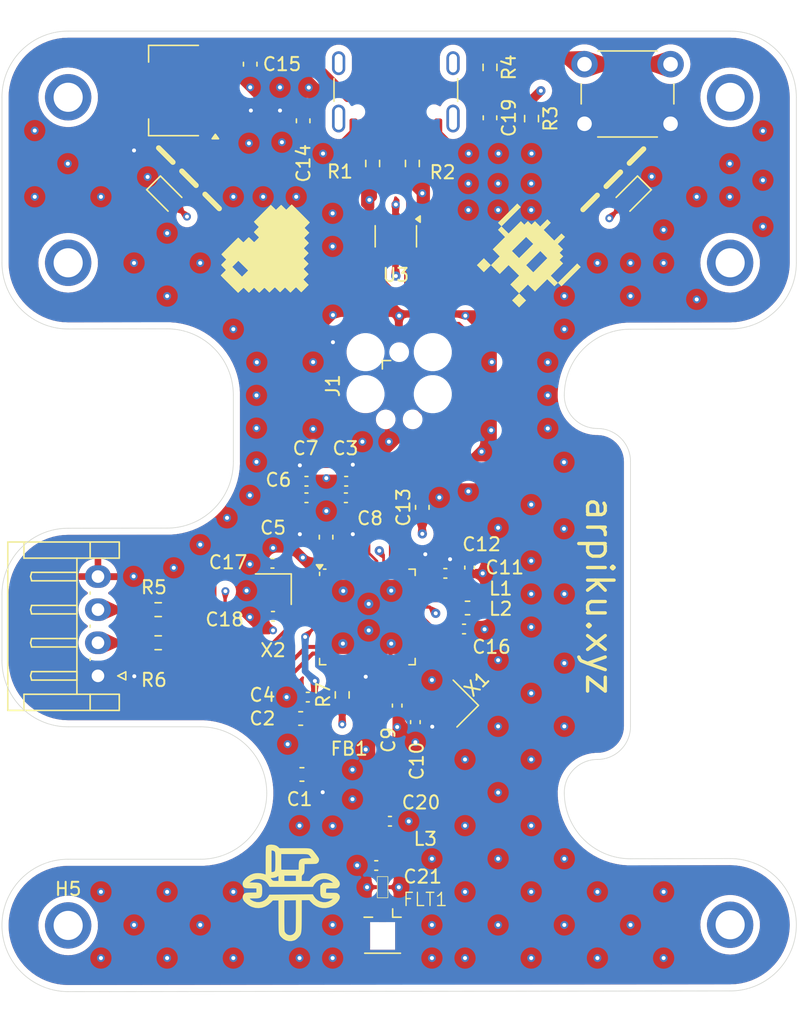
<source format=kicad_pcb>
(kicad_pcb (version 20240108) (generator "pcbnew") (generator_version "8.0")
  (layers (0 "F.Cu" signal) (1 "In1.Cu" signal) (2 "In2.Cu" signal) (31 "B.Cu" signal) (34 "B.Paste" user) (35 "F.Paste" user) (36 "B.SilkS" user "B.Silkscreen") (37 "F.SilkS" user "F.Silkscreen") (38 "B.Mask" user) (39 "F.Mask" user) (44 "Edge.Cuts" user))
  (net 0 "")
  (net 1 "+3.3V")
  (net 2 "/SWDIO")
  (net 3 "/SWNRST")
  (net 4 "/SWCLK")
  (net 5 "GND")
  (net 6 "/SWO")
  (net 7 "/RF1")
  (net 8 "Net-(FLT1-IN)")
  (net 9 "/LSE_IN")
  (net 10 "/LSE_OUT")
  (net 11 "/BOOT0")
  (net 12 "/VDDA")
  (net 13 "/UART_RX")
  (net 14 "/UART_TX")
  (net 15 "/HSE_OUT")
  (net 16 "/HSE_IN")
  (net 17 "/VFBSMPS")
  (net 18 "/VLXSMPS")
  (net 19 "VBUS")
  (net 20 "Net-(FLT1-OUT)")
  (net 21 "/USB_C_CC1")
  (net 23 "/USB_C_CC2")
  (net 25 "Net-(L1-Pad1)")
  (net 28 "Net-(J4-Pin_2)")
  (net 29 "Net-(J4-Pin_3)")
  (net 51 "/LED_PWR")
  (net 52 "/LED_A")
  (net 53 "/USB_D-")
  (net 54 "/USB_D+")
  (net 55 "/USB_Dx-")
  (net 56 "/USB_Dx+")
  (net 57 "/SW_conn")
  (footprint "Capacitor_SMD:C_0402_1005Metric" (layer "F.Cu") (at 85.3436 90.508 -90)
    (property "Reference" "C11")
    (property "Value" "100n")
  )
  (footprint "Capacitor_SMD:C_0603_1608Metric" (layer "F.Cu") (at 68.775 52.485 -90)
    (property "Reference" "C15")
    (property "Value" "10u")
  )
  (footprint "Capacitor_SMD:C_0603_1608Metric" (layer "F.Cu") (at 72.587385 101.906044 180)
    (property "Reference" "C2")
    (property "Value" "1u")
  )
  (footprint "Capacitor_SMD:C_0402_1005Metric" (layer "F.Cu") (at 79.33033 109.665835)
    (property "Reference" "C20")
    (property "Value" "0n8")
  )
  (footprint "MountingHole:MountingHole_2.2mm_M2_ISO7380_Pad" (layer "F.Cu") (at 55.025 54.985)
    (property "Reference" "H1" (hide yes))
    (property "Value" "MountingHole")
  )
  (footprint "Resistor_SMD:R_0603_1608Metric" (layer "F.Cu") (at 81.025 59.985 -90)
    (property "Reference" "R2")
    (property "Value" "5k1")
  )
  (footprint "LED_SMD:LED_0603_1608Metric" (layer "F.Cu") (at 97.5 62.5 -135)
    (property "Reference" "---")
    (property "Value" "LED")
  )
  (footprint "Capacitor_SMD:C_0402_1005Metric" (layer "F.Cu") (at 73.025 85.235)
    (property "Reference" "C6")
    (property "Value" "100nF")
  )
  (footprint "Capacitor_SMD:C_0402_1005Metric" (layer "F.Cu") (at 83.5148 90.9424)
    (property "Reference" "C12")
    (property "Value" "4.7p")
  )
  (footprint "Package_DFN_QFN:QFN-48-1EP_7x7mm_P0.5mm_EP5.6x5.6mm" (layer "F.Cu") (at 77.625 94.235)
    (property "Reference" "U1" (hide yes))
    (property "Value" "STM32WB55CEUx")
  )
  (footprint "Capacitor_SMD:C_0402_1005Metric" (layer "F.Cu") (at 76.025 83.985 180)
    (property "Reference" "C3")
    (property "Value" "100nF")
  )
  (footprint "Capacitor_SMD:C_0402_1005Metric" (layer "F.Cu") (at 76.005 85.235 180)
    (property "Reference" "C8")
    (property "Value" "100nF")
  )
  (footprint "Capacitor_SMD:C_0402_1005Metric" (layer "F.Cu") (at 78.295 113.01 180)
    (property "Reference" "C21")
    (property "Value" "0n3")
  )
  (footprint "custom_lib:hw" (layer "F.Cu") (at 71.75 114.75 -45)
    (property "Reference" "G***" (hide yes))
    (property "Value" "LOGO" (hide yes))
  )
  (footprint "Resistor_SMD:R_0603_1608Metric" (layer "F.Cu") (at 78.025 59.985 -90)
    (property "Reference" "R1")
    (property "Value" "5k1")
  )
  (footprint "Capacitor_SMD:C_0603_1608Metric" (layer "F.Cu") (at 81.775 85.96 90)
    (property "Reference" "C13")
    (property "Value" "10n")
  )
  (footprint "Resistor_SMD:R_0603_1608Metric" (layer "F.Cu") (at 61.825 93.685)
    (property "Reference" "R6")
    (property "Value" "220R")
  )
  (footprint "Capacitor_SMD:C_0402_1005Metric" (layer "F.Cu") (at 70.495 94.185 180)
    (property "Reference" "C18")
    (property "Value" "10p")
  )
  (footprint "Crystal:Crystal_SMD_2016-4Pin_2.0x1.6mm" (layer "F.Cu") (at 84.25 100.775 135)
    (property "Reference" "X1")
    (property "Value" "32MHz")
  )
  (footprint "Resistor_SMD:R_0603_1608Metric" (layer "F.Cu") (at 75.725 100.125 90)
    (property "Reference" "R7")
    (property "Value" "100R")
  )
  (footprint "Resistor_SMD:R_0603_1608Metric" (layer "F.Cu") (at 61.825 96.185)
    (property "Reference" "R5")
    (property "Value" "220R")
  )
  (footprint "MountingHole:MountingHole_2.2mm_M2_ISO7380_Pad" (layer "F.Cu") (at 105.025 54.985)
    (property "Reference" "H2" (hide yes))
    (property "Value" "MountingHole")
  )
  (footprint "Capacitor_SMD:C_0402_1005Metric" (layer "F.Cu") (at 79.875 100.93 -90)
    (property "Reference" "C9")
    (property "Value" "100n")
  )
  (footprint "MountingHole:MountingHole_2.2mm_M2_ISO7380_Pad" (layer "F.Cu") (at 105.025 67.485)
    (property "Reference" "H3" (hide yes))
    (property "Value" "MountingHole")
  )
  (footprint "Button_Switch_THT:SW_PUSH_6mm_H4.3mm" (layer "F.Cu") (at 94.025 52.485)
    (property "Reference" "SW1" (hide yes))
    (property "Value" "SW_Push")
  )
  (footprint "Connector_USB:USB_C_Receptacle_GCT_USB4105-xx-A_16P_TopMnt_Horizontal" (layer "F.Cu") (at 79.775 53.485 180)
    (property "Reference" "J2" (hide yes))
    (property "Value" "USB_C(USB 2.0)")
  )
  (footprint "Connector:Tag-Connect_TC2030-IDC-FP_2x03_P1.27mm_Vertical" (layer "F.Cu") (at 80.025 76.775 -90)
    (property "Reference" "J1")
    (property "Value" "TC2030 Connector")
  )
  (footprint "Capacitor_SMD:C_0402_1005Metric" (layer "F.Cu") (at 73.025 83.985)
    (property "Reference" "C7")
    (property "Value" "100nF")
  )
  (footprint "Crystal:Crystal_SMD_2016-4Pin_2.0x1.6mm" (layer "F.Cu") (at 70.525 92.135 180)
    (property "Reference" "X2")
    (property "Value" "32kHz768")
  )
  (footprint "LED_SMD:LED_0603_1608Metric" (layer "F.Cu") (at 62.525 62.5 -45)
    (property "Reference" "---")
    (property "Value" "LED")
  )
  (footprint "Resistor_SMD:R_0603_1608Metric" (layer "F.Cu") (at 90.025 56.596 -90)
    (property "Reference" "R3")
    (property "Value" "5k1")
  )
  (footprint "Connector_JST:JST_EH_S4B-EH_1x04_P2.50mm_Horizontal" (layer "F.Cu") (at 57.275 98.685 90)
    (property "Reference" "J4" (hide yes))
    (property "Value" "Conn_01x04_Pin")
  )
  (footprint "Capacitor_SMD:C_0603_1608Metric" (layer "F.Cu") (at 72.775 56.76 -90)
    (property "Reference" "C14")
    (property "Value" "10u")
  )
  (footprint "Capacitor_SMD:C_0402_1005Metric" (layer "F.Cu") (at 84.925205 95.1456)
    (property "Reference" "C16")
    (property "Value" "4.7p")
  )
  (footprint "custom_lib:alien" (layer "F.Cu") (at 89.75 67 -45)
    (property "Reference" "G***" (hide yes))
    (property "Value" "LOGO" (hide yes))
  )
  (footprint "Inductor_SMD:L_0603_1608Metric" (layer "F.Cu") (at 85.191099 93.5586 180)
    (property "Reference" "L2")
    (property "Value" "10u")
  )
  (footprint "Package_TO_SOT_SMD:SOT-223-3_TabPin2" (layer "F.Cu") (at 63.011 54.475 180)
    (property "Reference" "U2" (hide yes))
    (property "Value" "AMS1117-3.3")
  )
  (footprint "Capacitor_SMD:C_0603_1608Metric" (layer "F.Cu") (at 72.6814 106.1316 180)
    (property "Reference" "C1")
    (property "Value" "1u")
  )
  (footprint "Package_TO_SOT_SMD:SOT-23-6" (layer "F.Cu") (at 79.775 65.485 -90)
    (property "Reference" "U3")
    (property "Value" "USBLC6-2SC6")
  )
  (footprint "Capacitor_SMD:C_0402_1005Metric" (layer "F.Cu") (at 73.1262 100.2896 180)
    (property "Reference" "C4")
    (property "Value" "10n")
  )
  (footprint "Inductor_SMD:L_0402_1005Metric" (layer "F.Cu") (at 84.897205 92.0976 180)
    (property "Reference" "L1")
    (property "Value" "10n")
  )
  (footprint "MountingHole:MountingHole_2.2mm_M2_ISO7380_Pad" (layer "F.Cu") (at 105.025 117.485)
    (property "Reference" "H6" (hide yes))
    (property "Value" "MountingHole")
  )
  (footprint "Capacitor_SMD:C_0603_1608Metric" (layer "F.Cu") (at 86.887 56.533 -90)
    (property "Reference" "C19")
    (property "Value" "100n")
  )
  (footprint "custom_lib:DLF162500LT-5028A1" (layer "F.Cu") (at 78.775 114.6475 -90)
    (property "Reference" "FLT1")
    (property "Value" "DLF162500LT-5028A1")
  )
  (footprint "Capacitor_SMD:C_0402_1005Metric" (layer "F.Cu") (at 70.455 90.185 180)
    (property "Reference" "C17")
    (property "Value" "10p")
  )
  (footprint "MountingHole:MountingHole_2.2mm_M2_ISO7380_Pad" (layer "F.Cu") (at 55.025 67.485)
    (property "Reference" "H4" (hide yes))
    (property "Value" "MountingHole")
  )
  (footprint "Capacitor_SMD:C_0603_1608Metric" (layer "F.Cu") (at 74.505 88.21 90)
    (property "Reference" "C5")
    (property "Value" "4.7uF")
  )
  (footprint "custom_lib:heart" (layer "F.Cu") (at 70.75 67.25 45)
    (property "Reference" "G***" (hide yes))
    (property "Value" "LOGO" (hide yes))
  )
  (footprint "Resistor_SMD:R_0603_1608Metric" (layer "F.Cu") (at 86.887 52.723 -90)
    (property "Reference" "R4")
    (property "Value" "220R")
  )
  (footprint "Connector_Coaxial:U.FL_Hirose_U.FL-R-SMT-1_Vertical" (layer "F.Cu") (at 78.775 117.8 -90)
    (property "Reference" "J3" (hide yes))
    (property "Value" "Conn_Coaxial")
  )
  (footprint "Capacitor_SMD:C_0402_1005Metric" (layer "F.Cu") (at 81.25 102.18 -90)
    (property "Reference" "C10")
    (property "Value" "100p")
  )
  (footprint "MountingHole:MountingHole_2.2mm_M2_ISO7380_Pad" (layer "F.Cu") (at 55.025 117.535)
    (property "Reference" "H5")
    (property "Value" "MountingHole")
  )
  (footprint "Inductor_SMD:L_0402_1005Metric" (layer "F.Cu") (at 78.775 111.275 -90)
    (property "Reference" "L3")
    (property "Value" "2n7")
  )
  (footprint "Inductor_SMD:L_0402_1005Metric" (layer "F.Cu") (at 73.628836 104.039597 90)
    (property "Reference" "FB1")
    (property "Value" "120R")
  )
  (gr_line (start 50.025 54.985) (end 50.025 67.485) (stroke (width 0.05)) (layer "Edge.Cuts"))
  (gr_arc (start 97.499502 102.5) (mid 96.767415 104.267415) (end 95 104.999502) (stroke (width 0.05)) (layer "Edge.Cuts"))
  (gr_line (start 55.025 122.535) (end 105.025 122.485) (stroke (width 0.05)) (layer "Edge.Cuts"))
  (gr_arc (start 55.025 102.535) (mid 51.489466 101.070534) (end 50.025 97.535) (stroke (width 0.05)) (layer "Edge.Cuts"))
  (gr_line (start 97.5 82.5) (end 97.499502 102.5) (stroke (width 0.05)) (layer "Edge.Cuts"))
  (gr_line (start 50.025 92.535) (end 50.025 97.535) (stroke (width 0.05)) (layer "Edge.Cuts"))
  (gr_arc (start 95 80) (mid 93.232233 79.267767) (end 92.5 77.5) (stroke (width 0.05)) (layer "Edge.Cuts"))
  (gr_arc (start 62.5 72.474751) (mid 66.035534 73.939217) (end 67.5 77.474751) (stroke (width 0.05)) (layer "Edge.Cuts"))
  (gr_arc (start 50.025 92.535) (mid 51.489466 88.999466) (end 55.025 87.535) (stroke (width 0.05)) (layer "Edge.Cuts"))
  (gr_arc (start 55.025 72.485) (mid 51.489466 71.020534) (end 50.025 67.485) (stroke (width 0.05)) (layer "Edge.Cuts"))
  (gr_line (start 97.5 72.5) (end 105.025 72.485) (stroke (width 0.05)) (layer "Edge.Cuts"))
  (gr_arc (start 55.025 122.535) (mid 50.025 117.535) (end 55.025 112.535) (stroke (width 0.05)) (layer "Edge.Cuts"))
  (gr_arc (start 97.5 112.500249) (mid 93.982012 111.053344) (end 92.500001 107.55) (stroke (width 0.05)) (layer "Edge.Cuts"))
  (gr_line (start 97.5 112.500249) (end 105.025 112.485) (stroke (width 0.05)) (layer "Edge.Cuts"))
  (gr_line (start 110.025 54.985) (end 110.025 67.485) (stroke (width 0.05)) (layer "Edge.Cuts"))
  (gr_arc (start 65.025 102.535) (mid 68.560534 103.999466) (end 70.025 107.535) (stroke (width 0.05)) (layer "Edge.Cuts"))
  (gr_line (start 55.025 102.535) (end 65.025 102.535) (stroke (width 0.05)) (layer "Edge.Cuts"))
  (gr_arc (start 95 80) (mid 96.767767 80.732233) (end 97.5 82.5) (stroke (width 0.05)) (layer "Edge.Cuts"))
  (gr_arc (start 70.025 107.535) (mid 68.560534 111.070534) (end 65.025 112.535) (stroke (width 0.05)) (layer "Edge.Cuts"))
  (gr_line (start 65.025 112.535) (end 55.025 112.535) (stroke (width 0.05)) (layer "Edge.Cuts"))
  (gr_arc (start 92.500002 107.55) (mid 93.214291 105.749648) (end 95 104.999502) (stroke (width 0.05)) (layer "Edge.Cuts"))
  (gr_arc (start 92.5 77.5) (mid 93.964466 73.964466) (end 97.5 72.5) (stroke (width 0.05)) (layer "Edge.Cuts"))
  (gr_line (start 55.025 72.485) (end 62.5 72.474751) (stroke (width 0.05)) (layer "Edge.Cuts"))
  (gr_arc (start 67.499999 82.474751) (mid 66.053344 86.042739) (end 62.5 87.525) (stroke (width 0.05)) (layer "Edge.Cuts"))
  (gr_arc (start 50.025 54.985) (mid 51.489466 51.449466) (end 55.025 49.985) (stroke (width 0.05)) (layer "Edge.Cuts"))
  (gr_arc (start 105.025 49.985) (mid 108.560534 51.449466) (end 110.025 54.985) (stroke (width 0.05)) (layer "Edge.Cuts"))
  (gr_line (start 55.025 49.985) (end 105.025 49.985) (stroke (width 0.05)) (layer "Edge.Cuts"))
  (gr_arc (start 105.025 112.485) (mid 110.025 117.485) (end 105.025 122.485) (stroke (width 0.05)) (layer "Edge.Cuts"))
  (gr_line (start 55.025 87.535) (end 62.5 87.525) (stroke (width 0.05)) (layer "Edge.Cuts"))
  (gr_line (start 67.5 77.474751) (end 67.5 82.474751) (stroke (width 0.05)) (layer "Edge.Cuts"))
  (gr_arc (start 110.025 67.485) (mid 108.560534 71.020534) (end 105.025 72.485) (stroke (width 0.05)) (layer "Edge.Cuts"))
  (gr_text "arpiku.xyz" (at 94 85 270) (layer "F.SilkS") (effects (font (size 2 2) (thickness 0.254)) (justify left bottom)))
  (segment (start 68.825 55.985) (end 72.775 55.985) (width 0.7) (layer "F.Cu") (net 1))
  (segment (start 74.505 88.985) (end 75.525 88.985) (width 0.5) (layer "F.Cu") (net 1))
  (segment (start 79.365 75.52) (end 79.1 75.255) (width 0.2) (layer "F.Cu") (net 1))
  (segment (start 67.315 54.475) (end 68.825 55.985) (width 0.7) (layer "F.Cu") (net 1))
  (segment (start 77.820096 98.75) (end 78.375 98.195096) (width 0.3) (layer "F.Cu") (net 1))
  (segment (start 79.1 72.05) (end 75.7 72.05) (width 0.2) (layer "F.Cu") (net 1))
  (segment (start 79.875 97.6725) (end 79.875 100.45) (width 0.3) (layer "F.Cu") (net 1))
  (segment (start 72.545 83.985) (end 72.545 82.805) (width 0.5) (layer "F.Cu") (net 1))
  (segment (start 59.861001 58.861001) (end 60 59) (width 0.7) (layer "F.Cu") (net 1))
  (segment (start 83.0348 90.612712) (end 83.771912 89.8756) (width 0.7) (layer "F.Cu") (net 1))
  (segment (start 82 89.5) (end 82.2 89.7) (width 0.3) (layer "F.Cu") (net 1))
  (segment (start 81.7 101.7) (end 81.25 101.7) (width 0.5) (layer "F.Cu") (net 1))
  (segment (start 75.525 88.985) (end 76.525 87.985) (width 0.5) (layer "F.Cu") (net 1))
  (segment (start 79.875 100.45) (end 80 100.45) (width 0.3) (layer "F.Cu") (net 1))
  (segment (start 77.5 98.75) (end 77.820096 98.75) (width 0.3) (layer "F.Cu") (net 1))
  (segment (start 76.525 84.005) (end 76.505 83.985) (width 0.5) (layer "F.Cu") (net 1))
  (segment (start 72.545 85.235) (end 72.545 87.965) (width 0.5) (layer "F.Cu") (net 1))
  (segment (start 82.661 92.5) (end 83.0098 92.1512) (width 0.3) (layer "F.Cu") (net 1))
  (segment (start 76.525 82.735) (end 76.525 83.965) (width 0.5) (layer "F.Cu") (net 1))
  (segment (start 74.505 91.0925) (end 74.1875 91.41) (width 0.5) (layer "F.Cu") (net 1))
  (segment (start 59.95 98.685) (end 57.265 98.685) (width 0.7) (layer "F.Cu") (net 1))
  (segment (start 82.2 91.4) (end 81.6 92) (width 0.3) (layer "F.Cu") (net 1))
  (segment (start 82.525 102.525) (end 81.7 101.7) (width 0.5) (layer "F.Cu") (net 1))
  (segment (start 82.2 89.7) (end 82.2 91.4) (width 0.3) (layer "F.Cu") (net 1))
  (segment (start 81.6 92) (end 81.0375 92) (width 0.3) (layer "F.Cu") (net 1))
  (segment (start 73.628836 105.959164) (end 73.4564 106.1316) (width 0.7) (layer "F.Cu") (net 1))
  (segment (start 72.545 82.805) (end 72.525 82.785) (width 0.5) (layer "F.Cu") (net 1))
  (segment (start 76.525 87.985) (end 76.525 84.005) (width 0.5) (layer "F.Cu") (net 1))
  (segment (start 59.861001 54.475) (end 66.160999 54.475) (width 0.7) (layer "F.Cu") (net 1))
  (segment (start 83.771912 89.8756) (end 83.8704 89.8756) (width 0.7) (layer "F.Cu") (net 1))
  (segment (start 80 100.45) (end 81.25 101.7) (width 0.5) (layer "F.Cu") (net 1))
  (segment (start 79.1 75.255) (end 79.1 72.05) (width 0.2) (layer "F.Cu") (net 1))
  (segment (start 72.525 82.785) (end 72.575 82.735) (width 0.5) (layer "F.Cu") (net 1))
  (segment (start 73.628836 104.524597) (end 73.628836 105.959164) (width 0.7) (layer "F.Cu") (net 1))
  (segment (start 75 72.75) (end 75 73.5) (width 0.2) (layer "F.Cu") (net 1))
  (segment (start 83.596312 89.7) (end 83.771912 89.8756) (width 0.3) (layer "F.Cu") (net 1))
  (segment (start 76.525 83.965) (end 76.505 83.985) (width 0.5) (layer "F.Cu") (net 1))
  (segment (start 85.1912 89.8756) (end 85.3436 90.028) (width 0.7) (layer "F.Cu") (net 1))
  (segment (start 72.545 87.965) (end 72.525 87.985) (width 0.5) (layer "F.Cu") (net 1))
  (segment (start 73.801272 106.1316) (end 74.25 106.580328) (width 0.7) (layer "F.Cu") (net 1))
  (segment (start 75.7 72.05) (end 75 72.75) (width 0.2) (layer "F.Cu") (net 1))
  (segment (start 73.4564 106.1316) (end 73.801272 106.1316) (width 0.7) (layer "F.Cu") (net 1))
  (segment (start 83.0348 90.9424) (end 83.0348 90.612712) (width 0.7) (layer "F.Cu") (net 1))
  (segment (start 74.505 88.985) (end 74.505 91.0925) (width 0.5) (layer "F.Cu") (net 1))
  (segment (start 74.25 106.580328) (end 74.25 107.475) (width 0.7) (layer "F.Cu") (net 1))
  (segment (start 83.8704 89.8756) (end 85.1912 89.8756) (width 0.7) (layer "F.Cu") (net 1))
  (segment (start 81.0375 92.5) (end 82.661 92.5) (width 0.3) (layer "F.Cu") (net 1))
  (segment (start 83.0098 92.1512) (end 83.0098 90.9574) (width 0.3) (layer "F.Cu") (net 1))
  (segment (start 57.265 98.685) (end 57.25 98.7) (width 0.5) (layer "F.Cu") (net 1))
  (segment (start 72.525 87.985) (end 73.525 88.985) (width 0.5) (layer "F.Cu") (net 1))
  (segment (start 66.160999 54.475) (end 67.315 54.475) (width 0.7) (layer "F.Cu") (net 1))
  (segment (start 59.9948 98.7298) (end 59.95 98.685) (width 0.5) (layer "F.Cu") (net 1))
  (segment (start 59.861001 54.475) (end 59.861001 58.861001) (width 0.7) (layer "F.Cu") (net 1))
  (segment (start 72.545 83.985) (end 72.545 85.235) (width 0.5) (layer "F.Cu") (net 1))
  (segment (start 72.575 82.735) (end 76.525 82.735) (width 0.5) (layer "F.Cu") (net 1))
  (segment (start 78.375 98.195096) (end 78.375 97.6725) (width 0.3) (layer "F.Cu") (net 1))
  (segment (start 73.525 88.985) (end 74.505 88.985) (width 0.5) (layer "F.Cu") (net 1))
  (via (at 82 89.5) (size 0.7) (drill 0.3) (layers "F.Cu" "B.Cu") (net 1))
  (via (at 72.525 82.785) (size 0.7) (drill 0.3) (layers "F.Cu" "B.Cu") (net 1))
  (via (at 74.25 107.475) (size 0.7) (drill 0.3) (layers "F.Cu" "B.Cu") (net 1))
  (via (at 60.0198 98.7148) (size 0.7) (drill 0.3) (layers "F.Cu" "B.Cu") (net 1))
  (via (at 76.525 82.735) (size 0.7) (drill 0.3) (layers "F.Cu" "B.Cu") (net 1))
  (via (at 82.525 102.525) (size 0.7) (drill 0.3) (layers "F.Cu" "B.Cu") (net 1))
  (via (at 75.025 73.485) (size 0.7) (drill 0.3) (layers "F.Cu" "B.Cu") (net 1))
  (via (at 68.825 55.985) (size 0.6) (drill 0.3) (layers "F.Cu" "B.Cu") (net 1))
  (via (at 72.525 87.985) (size 0.7) (drill 0.3) (layers "F.Cu" "B.Cu") (net 1))
  (via (at 76.525 87.985) (size 0.7) (drill 0.3) (layers "F.Cu" "B.Cu") (net 1))
  (via (at 60 59) (size 0.6) (drill 0.3) (layers "F.Cu" "B.Cu") (net 1))
  (via (at 83.8704 89.8756) (size 0.7) (drill 0.3) (layers "F.Cu" "B.Cu") (net 1))
  (via (at 71.025 55.985) (size 0.6) (drill 0.3) (layers "F.Cu" "B.Cu") (net 1))
  (via (at 77.5 98.75) (size 0.7) (drill 0.3) (layers "F.Cu" "B.Cu") (net 1))
  (segment (start 80.635 75.52) (end 80.9 75.255) (width 0.2) (layer "F.Cu") (net 2))
  (segment (start 84.55 72.05) (end 85.55 73.05) (width 0.2) (layer "F.Cu") (net 2))
  (segment (start 80.9 75.255) (end 80.9 72.05) (width 0.2) (layer "F.Cu") (net 2))
  (segment (start 79.35 84.1) (end 79.35 90.8125) (width 0.2) (layer "F.Cu") (net 2))
  (segment (start 80.9 72.05) (end 84.55 72.05) (width 0.2) (layer "F.Cu") (net 2))
  (segment (start 84.25 82.3) (end 81.15 82.3) (width 0.2) (layer "F.Cu") (net 2))
  (segment (start 85.55 73.05) (end 85.55 81) (width 0.2) (layer "F.Cu") (net 2))
  (segment (start 81.15 82.3) (end 79.35 84.1) (width 0.2) (layer "F.Cu") (net 2))
  (segment (start 85.55 81) (end 84.25 82.3) (width 0.2) (layer "F.Cu") (net 2))
  (segment (start 75.4 77.15) (end 75.4 81) (width 0.2) (layer "F.Cu") (net 3))
  (segment (start 66.125 93.725) (end 69 96.6) (width 0.2) (layer "F.Cu") (net 3))
  (segment (start 76.7 75.85) (end 75.4 77.15) (width 0.2) (layer "F.Cu") (net 3))
  (segment (start 71.25 82.25) (end 71.25 85.325) (width 0.2) (layer "F.Cu") (net 3))
  (segment (start 69 96.6) (end 70.6763 96.6) (width 0.2) (layer "F.Cu") (net 3))
  (segment (start 75.4 81) (end 75 81.4) (width 0.2) (layer "F.Cu") (net 3))
  (segment (start 66.125 90.45) (end 66.125 93.725) (width 0.2) (layer "F.Cu") (net 3))
  (segment (start 70.6763 96.6) (end 72.7763 94.5) (width 0.2) (layer "F.Cu") (net 3))
  (segment (start 75 81.4) (end 72.1 81.4) (width 0.2) (layer "F.Cu") (net 3))
  (segment (start 79.365 76.79) (end 78.425 75.85) (width 0.2) (layer "F.Cu") (net 3))
  (segment (start 78.425 75.85) (end 76.7 75.85) (width 0.2) (layer "F.Cu") (net 3))
  (segment (start 71.25 85.325) (end 66.125 90.45) (width 0.2) (layer "F.Cu") (net 3))
  (segment (start 72.7763 94.5) (end 74.1625 94.5) (width 0.2) (layer "F.Cu") (net 3))
  (segment (start 72.1 81.4) (end 71.25 82.25) (width 0.2) (layer "F.Cu") (net 3))
  (segment (start 80.790686 81.775) (end 77.75 84.815686) (width 0.2) (layer "F.Cu") (net 4))
  (segment (start 83.8 81.775) (end 80.790686 81.775) (width 0.2) (layer "F.Cu") (net 4))
  (segment (start 81.575 75.85) (end 83.45 75.85) (width 0.2) (layer "F.Cu") (net 4))
  (segment (start 85.15 77.55) (end 85.15 80.425) (width 0.2) (layer "F.Cu") (net 4))
  (segment (start 85.15 80.425) (end 83.8 81.775) (width 0.2) (layer "F.Cu") (net 4))
  (segment (start 77.75 84.815686) (end 77.75 89.425) (width 0.2) (layer "F.Cu") (net 4))
  (segment (start 80.635 76.79) (end 81.575 75.85) (width 0.2) (layer "F.Cu") (net 4))
  (segment (start 77.75 89.425) (end 78.35 90.025) (width 0.2) (layer "F.Cu") (net 4))
  (segment (start 78.35 90.025) (end 78.35 90.8125) (width 0.2) (layer "F.Cu") (net 4))
  (segment (start 83.45 75.85) (end 85.15 77.55) (width 0.2) (layer "F.Cu") (net 4))
  (segment (start 74.901472 59.25) (end 76.55 57.601472) (width 0.5) (layer "F.Cu") (net 5))
  (segment (start 57.49 91.44) (end 57.25 91.2) (width 0.5) (layer "F.Cu") (net 5))
  (segment (start 73.5 75) (end 73.5 72.95) (width 0.25) (layer "F.Cu") (net 5))
  (segment (start 87 75) (end 87 80.1) (width 0.25) (layer "F.Cu") (net 5))
  (segment (start 79.365 78.06) (end 80 78.695) (width 0.2) (layer "F.Cu") (net 5))
  (segment (start 79.875 101.41) (end 79.875 102.55) (width 0.5) (layer "F.Cu") (net 5))
  (segment (start 87.05 72.45) (end 87.05 74.95) (width 0.25) (layer "F.Cu") (net 5))
  (segment (start 74.505 86.255) (end 74.525 86.235) (width 0.5) (layer "F.Cu") (net 5))
  (segment (start 72.025 89.025) (end 72.75 89.75) (width 0.5) (layer "F.Cu") (net 5))
  (segment (start 80 78.695) (end 80 80.25) (width 0.25) (layer "F.Cu") (net 5))
  (segment (start 81.25 102.66) (end 81.25 103.7) (width 0.5) (layer "F.Cu") (net 5))
  (segment (start 77.725 93.25) (end 79.375 94.9) (width 0.3) (layer "F.Cu") (net 5))
  (segment (start 74.505 87.435) (end 74.505 86.255) (width 0.5) (layer "F.Cu") (net 5))
  (segment (start 73.5 80.05) (end 73.5 75) (width 0.25) (layer "F.Cu") (net 5))
  (segment (start 79.9975 114.6475) (end 80 114.65) (width 0.3) (layer "F.Cu") (net 5))
  (segment (start 75.525 85.235) (end 74.525 86.235) (width 0.5) (layer "F.Cu") (net 5))
  (segment (start 81.965 85.225) (end 83.035 85.225) (width 0.5) (layer "F.Cu") (net 5))
  (segment (start 84.582266 59.25) (end 82.95 57.617734) (width 0.5) (layer "F.Cu") (net 5))
  (segment (start 82.804 93.98) (end 82.309 93.485) (width 0.25) (layer "F.Cu") (net 5))
  (segment (start 80 71.5) (end 85 71.5) (width 0.25) (layer "F.Cu") (net 5))
  (segment (start 80 80.25) (end 79.25 81) (width 0.25) (layer "F.Cu") (net 5))
  (segment (start 78.5475 114.6475) (end 77.6025 114.6475) (width 0.3) (layer "F.Cu") (net 5))
  (segment (start 75.545 83.985) (end 75.545 85.215) (width 0.5) (layer "F.Cu") (net 5))
  (segment (start 85.25 59.25) (end 84.582266 59.25) (width 0.5) (layer "F.Cu") (net 5))
  (segment (start 79.375 94.9) (end 79.375 97.6725) (width 0.3) (layer "F.Cu") (net 5))
  (segment (start 77.6025 114.6475) (end 77.6 114.65) (width 0.3) (layer "F.Cu") (net 5))
  (segment (start 79.75 64.3625) (end 79.75 63.1) (width 0.5) (layer "F.Cu") (net 5))
  (segment (start 82.95 57.617734) (end 82.95 57.18) (width 0.5) (layer "F.Cu") (net 5))
  (segment (start 86.3108 90.9574) (end 83.9698 90.9574) (width 0.7) (layer "F.Cu") (net 5))
  (segment (start 75.545 85.215) (end 75.525 85.235) (width 0.5) (layer "F.Cu") (net 5))
  (segment (start 57.25 91.2) (end 59.93 91.2) (width 0.5) (layer "F.Cu") (net 5))
  (segment (start 78 62.5) (end 78 60.825) (width 0.7) (layer "F.Cu") (net 5))
  (segment (start 87.05 74.95) (end 87 75) (width 0.25) (layer "F.Cu") (net 5))
  (segment (start 59.93 91.2) (end 59.944 91.186) (width 0.5) (layer "F.Cu") (net 5))
  (segment (start 98.056847 61.943153) (end 98.131847 61.943153) (width 0.5) (layer "F.Cu") (net 5))
  (segment (start 70.5 89.025) (end 72.025 89.025) (width 0.5) (layer "F.Cu") (net 5))
  (segment (start 85 71.5) (end 86.1 71.5) (width 0.25) (layer "F.Cu") (net 5))
  (segment (start 76.55 57.601472) (end 76.55 57.18) (width 0.5) (layer "F.Cu") (net 5))
  (segment (start 61.968153 61.943153) (end 61.025 61) (width 0.5) (layer "F.Cu") (net 5))
  (segment (start 86.455405 95.1812) (end 85.385405 95.1812) (width 0.7) (layer "F.Cu") (net 5))
  (segment (start 86.2854 90.9828) (end 86.3108 90.9574) (width 0.5) (layer "F.Cu") (net 5))
  (segment (start 77.75 62.75) (end 78 62.5) (width 0.7) (layer "F.Cu") (net 5))
  (segment (start 75 71.45) (end 79.95 71.45) (width 0.25) (layer "F.Cu") (net 5))
  (segment (start 98.081847 61.968153) (end 98.281847 61.968153) (width 0.5) (layer "F.Cu") (net 5))
  (segment (start 79.95 71.45) (end 80 71.5) (width 0.25) (layer "F.Cu") (net 5))
  (segment (start 73.525 85.235) (end 74.525 86.235) (width 0.5) (layer "F.Cu") (net 5))
  (segment (start 81 60.825) (end 81 61.5) (width 0.7) (layer "F.Cu") (net 5))
  (segment (start 82.309 93.485) (end 81.0625 93.485) (width 0.25) (layer "F.Cu") (net 5))
  (segment (start 75.525 83.965) (end 75.525 85.235) (width 0.5) (layer "F.Cu") (net 5))
  (segment (start 78.974999 114.6475) (end 79.9975 114.6475) (width 0.3) (layer "F.Cu") (net 5))
  (segment (start 87 80.1) (end 86.95 80.15) (width 0.25) (layer "F.Cu") (net 5))
  (segment (start 81 61.5) (end 81.75 62.25) (width 0.7) (layer "F.Cu") (net 5))
  (segment (start 86.1 71.5) (end 87.05 72.45) (width 0.25) (layer "F.Cu") (net 5))
  (segment (start 98.131847 61.943153) (end 99.1 60.975) (width 0.5) (layer "F.Cu") (net 5))
  (segment (start 73.505 83.985) (end 73.505 85.235) (width 0.5) (layer "F.Cu") (net 5))
  (segment (start 74.25 59.25) (end 74.901472 59.25) (width 0.5) (layer "F.Cu") (net 5))
  (segment (start 73.5 72.95) (end 75 71.45) (width 0.25) (layer "F.Cu") (net 5))
  (segment (start 73.505 85.235) (end 73.525 85.235) (width 0.5) (layer "F.Cu") (net 5))
  (via (at 77.25 81) (size 0.6) (drill 0.3) (layers "F.Cu" "B.Cu") (net 5))
  (via (at 79.425 92.25) (size 0.7) (drill 0.3) (layers "F.Cu" "B.Cu") (net 5))
  (via (at 76.85 113) (size 0.6) (drill 0.3) (layers "F.Cu" "B.Cu") (net 5))
  (via (at 87.5 97.5) (size 0.6) (drill 0.3) (layers "F.Cu" "B.Cu") (net 5))
  (via (at 82.787 93.963) (size 0.7) (drill 0.3) (layers "F.Cu" "B.Cu") (net 5))
  (via (at 102.5 62.5) (size 0.6) (drill 0.3) (layers "F.Cu" "B.Cu") (net 5))
  (via (at 68.75 90.25) (size 0.6) (drill 0.3) (layers "F.Cu" "B.Cu") (net 5))
  (via (at 73.525 80.035) (size 0.6) (drill 0.3) (layers "F.Cu" "B.Cu") (net 5))
  (via (at 87.5 117.5) (size 0.6) (drill 0.3) (layers "F.Cu" "B.Cu") (net 5))
  (via (at 90 110) (size 0.6) (drill 0.3) (layers "F.Cu" "B.Cu") (net 5))
  (via (at 100 67.5) (size 0.6) (drill 0.3) (layers "F.Cu" "B.Cu") (net 5))
  (via (at 57.5 62.5) (size 0.6) (drill 0.3) (layers "F.Cu" "B.Cu") (net 5))
  (via (at 67.5 115) (size 0.6) (drill 0.3) (layers "F.Cu" "B.Cu") (net 5))
  (via (at 77.6 114.65) (size 0.6) (drill 0.3) (layers "F.Cu" "B.Cu") (net 5))
  (via (at 107.5 57.525) (size 0.6) (drill 0.3) (layers "F.Cu" "B.Cu") (net 5))
  (via (at 75 120) (size 0.6) (drill 0.3) (layers "F.Cu" "B.Cu") (net 5))
  (via (at 85.25 61.5) (size 0.6) (drill 0.3) (layers "F.Cu" "B.Cu") (net 5))
  (via (at 87.025 74.985) (size 0.6) (drill 0.3) (layers "F.Cu" "B.Cu") (net 5))
  (via (at 87.5 61.5) (size 0.6) (drill 0.3) (layers "F.Cu" "B.Cu") (net 5))
  (via (at 85 105) (size 0.6) (drill 0.3) (layers "F.Cu" "B.Cu") (net 5))
  (via (at 72.75 89.75) (size 0.6) (drill 0.3) (layers "F.Cu" "B.Cu") (net 5))
  (via (at 68.6812 58.4558) (size 0.6) (drill 0.3) (layers "F.Cu" "B.Cu") (net 5))
  (via (at 77.725 93.25) (size 0.7) (drill 0.3) (layers "F.Cu" "B.Cu") (net 5))
  (via (at 75 117.5) (size 0.6) (drill 0.3) (layers "F.Cu" "B.Cu") (net 5))
  (via (at 91.25 80) (size 0.6) (drill 0.3) (layers "F.Cu" "B.Cu") (net 5))
  (via (at 91.25 77.5) (size 0.6) (drill 0.3) (layers "F.Cu" "B.Cu") (net 5))
  (via (at 85.25 84.75) (size 0.6) (drill 0.3) (layers "F.Cu" "B.Cu") (net 5))
  (via (at 86.477205 95.1662) (size 0.6) (drill 0.3) (layers "F.Cu" "B.Cu") (net 5))
  (via (at 82.5 112.5) (size 0.6) (drill 0.3) (layers "F.Cu" "B.Cu") (net 5))
  (via (at 92.5 112.5) (size 0.6) (drill 0.3) (layers "F.Cu" "B.Cu") (net 5))
  (via (at 95 67.5) (size 0.6) (drill 0.3) (layers "F.Cu" "B.Cu") (net 5))
  (via (at 79.25 81) (size 0.6) (drill 0.3) (layers "F.Cu" "B.Cu") (net 5))
  (via (at 75.8 92.275) (size 0.7) (drill 0.3) (layers "F.Cu" "B.Cu") (net 5))
  (via (at 86.3358 90.9424) (size 0.6) (drill 0.3) (layers "F.Cu" "B.Cu") (net 5))
  (via (at 72.5 120) (size 0.6) (drill 0.3) (layers "F.Cu" "B.Cu") (net 5))
  (via (at 97.5 117.5) (size 0.6) (drill 0.3) (layers "F.Cu" "B.Cu") (net 5))
  (via (at 72.25 62.5) (size 0.6) (drill 0.3) (layers "F.Cu" "B.Cu") (net 5))
  (via (at 76.5 108) (size 0.6) (drill 0.3) (layers "F.Cu" "B.Cu") (net 5))
  (via (at 71.526 100.2896) (size 0.6) (drill 0.3) (layers "F.Cu" "B.Cu") (net 5))
  (via (at 95 115) (size 0.6) (drill 0.3) (layers "F.Cu" "B.Cu") (net 5))
  (via (at 86.25 81.75) (size 0.6) (drill 0.3) (layers "F.Cu" "B.Cu") (net 5))
  (via (at 79.425 96.25) (size 0.7) (drill 0.3) (layers "F.Cu" "B.Cu") (net 5))
  (via (at 87.5 102.5) (size 0.6) (drill 0.3) (layers "F.Cu" "B.Cu") (net 5))
  (via (at 62.5 115) (size 0.6) (drill 0.3) (layers "F.Cu" "B.Cu") (net 5))
  (via (at 87.5 87.5) (size 0.6) (drill 0.3) (layers "F.Cu" "B.Cu") (net 5))
  (via (at 92.475 87.575) (size 0.6) (drill 0.3) (layers "F.Cu" "B.Cu") (net 5))
  (via (at 92.475 82.55) (size 0.6) (drill 0.3) (layers "F.Cu" "B.Cu") (net 5))
  (via (at 90 100) (size 0.6) (drill 0.3) (layers "F.Cu" "B.Cu") (net 5))
  (via (at 100 115) (size 0.6) (drill 0.3) (layers "F.Cu" "B.Cu") (net 5))
  (via (at 74.275 59.235) (size 0.6) (drill 0.3) (layers "F.Cu" "B.Cu") (net 5))
  (via (at 68.75 94.25) (size 0.6) (drill 0.3) (layers "F.Cu" "B.Cu") (net 5))
  (via (at 90 61.5) (size 0.6) (drill 0.3) (layers "F.Cu" "B.Cu") (net 5))
  (via (at 69.275 75) (size 0.6) (drill 0.3) (layers "F.Cu" "B.Cu") (net 5))
  (via (at 80.75 109.675) (size 0.6) (drill 0.3) (layers "F.Cu" "B.Cu") (net 5))
  (via (at 67.5 62.5) (size 0.6) (drill 0.3) (layers "F.Cu" "B.Cu") (net 5))
  (via (at 87.5 112.5) (size 0.6) (drill 0.3) (layers "F.Cu" "B.Cu") (net 5))
  (via (at 75 110.025) (size 0.6) (drill 0.3) (layers "F.Cu" "B.Cu") (net 5))
  (via (at 57.5 120) (size 0.6) (drill 0.3) (layers "F.Cu" "B.Cu") (net 5))
  (via (at 61.025 61) (size 0.6) (drill 0.3) (layers "F.Cu" "B.Cu") (net 5))
  (via (at 107.5 64.75) (size 0.6) (drill 0.3) (layers "F.Cu" "B.Cu") (net 5))
  (via (at 79.775 63.085) (size 0.6) (drill 0.3) (layers "F.Cu" "B.Cu") (net 5))
  (via (at 92.5 97.725) (size 0.6) (drill 0.3) (layers "F.Cu" "B.Cu") (net 5))
  (via (at 90 90) (size 0.6) (drill 0.3) (layers "F.Cu" "B.Cu") (net 5))
  (via (at 92.5 117.5) (size 0.6) (drill 0.3) (layers "F.Cu" "B.Cu") (net 5))
  (via (at 70.5 95.25) (size 0.6) (drill 0.3) (layers "F.Cu" "B.Cu") (net 5))
  (via (at 73.525 74.985) (size 0.6) (drill 0.3) (layers "F.Cu" "B.Cu") (net 5))
  (via (at 82.5 120) (size 0.6) (drill 0.3) (layers "F.Cu" "B.Cu") (net 5))
  (via (at 69.25 77.5) (size 0.6) (drill 0.3) (layers "F.Cu" "B.Cu") (net 5))
  (via (at 67.5 120) (size 0.6) (drill 0.3) (layers "F.Cu" "B.Cu") (net 5))
  (via (at 55 60) (size 0.6) (drill 0.3) (layers "F.Cu" "B.Cu") (net 5))
  (via (at 77.725 95.25) (size 0.7) (drill 0.3) (layers "F.Cu" "B.Cu") (net 5))
  (via (at 79.875 102.55) (size 0.6) (drill 0.3) (layers "F.Cu" "B.Cu") (net 5))
  (via (at 57.5 115) (size 0.6) (drill 0.3) (layers "F.Cu" "B.Cu") (net 5))
  (via (at 70.5 89.025) (size 0.6) (drill 0.3) (layers "F.Cu" "B.Cu") (net 5))
  (via (at 60 67.5) (size 0.6) (drill 0.3) (layers "F.Cu" "B.Cu") (net 5))
  (via (at 74.525 86.235) (size 0.6) (drill 0.3) (layers "F.Cu" "B.Cu") (net 5))
  (via (at 81.775 62.235) (size 0.6) (drill 0.3) (layers "F.Cu" "B.Cu") (net 5))
  (via (at 92.5 92.5) (size 0.6) (drill 0.3) (layers "F.Cu" "B.Cu") (net 5))
  (via (at 107.5 61.25) (size 0.6) (drill 0.3) (layers "F.Cu" "B.Cu") (net 5))
  (via (at 90 85.75) (size 0.6) (drill 0.3) (layers "F.Cu" "B.Cu") (net 5))
  (via (at 85 110) (size 0.6) (drill 0.3) (layers "F.Cu" "B.Cu") (net 5))
  (via (at 85.275 59.235) (size 0.6) (drill 0.3) (layers "F.Cu" "B.Cu") (net 5))
  (via (at 83.06 85.21) (size 0.6) (drill 0.3) (layers "F.Cu" "B.Cu") (net 5))
  (via (at 65 117.5) (size 0.6) (drill 0.3) (layers "F.Cu" "B.Cu") (net 5))
  (via (at 67.5 72.5) (size 0.6) (drill 0.3) (layers "F.Cu" "B.Cu") (net 5))
  (via (at 82.5 117.5) (size 0.6) (drill 0.3) (layers "F.Cu" "B.Cu") (net 5))
  (via (at 90 63.5) (size 0.6) (drill 0.3) (layers "F.Cu" "B.Cu") (net 5))
  (via (at 92.5 102.5) (size 0.6) (drill 0.3) (layers "F.Cu" "B.Cu") (net 5))
  (via (at 76.5 105.775) (size 0.6) (drill 0.3) (layers "F.Cu" "B.Cu") (net 5))
  (via (at 72.5 110) (size 0.6) (drill 0.3) (layers "F.Cu" "B.Cu") (net 5))
  (via (at 65 67.5) (size 0.6) (drill 0.3) (layers "F.Cu" "B.Cu") (net 5))
  (via (at 59.969 91.171) (size 0.6) (drill 0.3) (layers "F.Cu" "B.Cu") (net 5))
  (via (at 80.025 71.485) (size 0.6) (drill 0.3) (layers "F.Cu" "B.Cu") (net 5))
  (via (at 97.5 67.5) (size 0.6) (drill 0.3) (layers "F.Cu" "B.Cu") (net 5))
  (via (at 52.5 62.5) (size 0.6) (drill 0.3) (layers "F.Cu" "B.Cu") (net 5))
  (via (at 68.775 54.235) (size 0.6) (drill 0.3) (layers "F.Cu" "B.Cu") (net 5))
  (via (at 92.5 70) (size 0.6) (drill 0.3) (layers "F.Cu" "B.Cu") (net 5))
  (via (at 85.25 63.5) (size 0.6) (drill 0.3) (layers "F.Cu" "B.Cu") (net 5))
  (via (at 68.75 85.05) (size 0.6) (drill 0.3) (layers "F.Cu" "B.Cu") (net 5))
  (via (at 62.5 70) (size 0.6) (drill 0.3) (layers "F.Cu" "B.Cu") (net 5))
  (via (at 67.025 86.75) (size 0.6) (drill 0.3) (layers "F.Cu" "B.Cu") (net 5))
  (via (at 69.25 82.525) (size 0.6) (drill 0.3) (layers "F.Cu" "B.Cu") (net 5))
  (via (at 71.1704 58.3796) (size 0.6) (drill 0.3) (layers "F.Cu" "B.Cu") (net 5))
  (via (at 75 66.25) (size 0.6) (drill 0.3) (layers "F.Cu" "B.Cu") (net 5))
  (via (at 102.5 70.25) (size 0.6) (drill 0.3) (layers "F.Cu" "B.Cu") (net 5))
  (via (at 75.775 96.25) (size 0.7) (drill 0.3) (layers "F.Cu" "B.Cu") (net 5))
  (via (at 105 60) (size 0.6) (drill 0.3) (layers "F.Cu" "B.Cu") (net 5))
  (via (at 81.25 103.7) (size 0.6) (drill 0.3) (layers "F.Cu" "B.Cu") (net 5))
  (via (at 82.5 99) (size 0.6) (drill 0.3) (layers "F.Cu" "B.Cu") (net 5))
  (via (at 68.5 92.25) (size 0.6) (drill 0.3) (layers "F.Cu" "B.Cu") (net 5))
  (via (at 90 92.5) (size 0.6) (drill 0.3) (layers "F.Cu" "B.Cu") (net 5))
  (via (at 65 88.775) (size 0.6) (drill 0.3) (layers "F.Cu" "B.Cu") (net 5))
  (via (at 71.025 54.235) (size 0.6) (drill 0.3) (layers "F.Cu" "B.Cu") (net 5))
  (via (at 86.975 80.135) (size 0.6) (drill 0.3) (layers "F.Cu" "B.Cu") (net 5))
  (via (at 91.25 75) (size 0.6) (drill 0.3) (layers "F.Cu" "B.Cu") (net 5))
  (via (at 97.5 70) (size 0.6) (drill 0.3) (layers "F.Cu" "B.Cu") (net 5))
  (via (at 74.525 83.75) (size 0.6) (drill 0.3) (layers "F.Cu" "B.Cu") (net 5))
  (via (at 87.525 59.235) (size 0.6) (drill 0.3) (layers "F.Cu" "B.Cu") (net 5))
  (via (at 63 90.525) (size 0.6) (drill 0.3) (layers "F.Cu" "B.Cu") (net 5))
  (via (at 90 95) (size 0.6) (drill 0.3) (layers "F.Cu" "B.Cu") (net 5))
  (via (at 90 115) (size 0.6) (drill 0.3) (layers "F.Cu" "B.Cu") (net 5))
  (via (at 73.2 54.25) (size 0.6) (drill 0.3) (layers "F.Cu" "B.Cu") (net 5))
  (via (at 85 120) (size 0.6) (drill 0.3) (layers "F.Cu" "B.Cu") (net 5))
  (via (at 90 120) (size 0.6) (drill 0.3) (layers "F.Cu" "B.Cu") (net 5))
  (via (at 69.25 79.975) (size 0.6) (drill 0.3) (layers "F.Cu" "B.Cu") (net 5))
  (via (at 69.75 62.5) (size 0.6) (drill 0.3) (layers "F.Cu" "B.Cu") (net 5))
  (via (at 90 105) (size 0.6) (drill 0.3) (layers "F.Cu" "B.Cu") (net 5))
  (via (at 92.5 72.5) (size 0.6) (drill 0.3) (layers "F.Cu" "B.Cu") (net 5))
  (via (at 100 120) (size 0.6) (drill 0.3) (layers "F.Cu" "B.Cu") (net 5))
  (via (at 71.6022 103.8456) (size 0.6) (drill 0.3) (layers "F.Cu" "B.Cu") (net 5))
  (via (at 87.5 63.5) (size 0.6) (drill 0.3) (layers "F.Cu" "B.Cu") (net 5))
  (via (at 60 117.5) (size 0.6) (drill 0.3) (layers "F.Cu" "B.Cu") (net 5))
  (via (at 52.5 57.5) (size 0.6) (drill 0.3) (layers "F.Cu" "B.Cu") (net 5))
  (via (at 100 65) (size 0.6) (drill 0.3) (layers "F.Cu" "B.Cu") (net 5))
  (via (at 90.025 59.235) (size 0.6) (drill 0.3) (layers "F.Cu" "B.Cu") (net 5))
  (via (at 77.775 62.735) (size 0.6) (drill 0.3) (layers "F.Cu" "B.Cu") (net 5))
  (via (at 80 114.65) (size 0.6) (drill 0.3) (layers "F.Cu" "B.Cu") (net 5))
  (via (at 77.5 104.25) (size 0.6) (drill 0.3) (layers "F.Cu" "B.Cu") (net 5))
  (via (at 95 120) (size 0.6) (drill 0.3) (layers "F.Cu" "B.Cu") (net 5))
  (via (at 85.025 71.485) (size 0.6) (drill 0.3) (layers "F.Cu" "B.Cu") (net 5))
  (via (at 99.1 60.975) (size 0.6) (drill 0.3) (layers "F.Cu" "B.Cu") (net 5))
  (via (at 62.5 65.25) (size 0.6) (drill 0.3) (layers "F.Cu" "B.Cu") (net 5))
  (via (at 105 62.5) (size 0.6) (drill 0.3) (layers "F.Cu" "B.Cu") (net 5))
  (via (at 87.5 107.5) (size 0.6) (drill 0.3) (layers "F.Cu" "B.Cu") (net 5))
  (via (at 75.025 71.435) (size 0.6) (drill 0.3) (layers "F.Cu" "B.Cu") (net 5))
  (via (at 85 115) (size 0.6) (drill 0.3) (layers "F.Cu" "B.Cu") (net 5))
  (via (at 62.5 120) (size 0.6) (drill 0.3) (layers "F.Cu" "B.Cu") (net 5))
  (via (at 75 63.75) (size 0.6) (drill 0.3) (layers "F.Cu" "B.Cu") (net 5))
  (segment (start 77.35 84.65) (end 77.35 90.8125) (width 0.2) (layer "F.Cu") (net 6))
  (segment (start 81 81) (end 77.35 84.65) (width 0.2) (layer "F.Cu") (net 6))
  (segment (start 80.635 78.06) (end 80.941435 78.06) (width 0.2) (layer "F.Cu") (net 6))
  (segment (start 82.5 81) (end 81 81) (width 0.2) (layer "F.Cu") (net 6))
  (segment (start 80.941435 78.06) (end 82.5 79.618565) (width 0.2) (layer "F.Cu") (net 6))
  (segment (start 82.5 79.618565) (end 82.5 81) (width 0.2) (layer "F.Cu") (net 6))
  (segment (start 78.875 97.6725) (end 78.875 109.641165) (width 0.3) (layer "F.Cu") (net 7))
  (segment (start 78.875 109.641165) (end 78.85033 109.665835) (width 0.3) (layer "F.Cu") (net 7))
  (segment (start 78.775 113.01) (end 78.775 113.8725) (width 0.7) (layer "F.Cu") (net 8))
  (segment (start 78.775 111.76) (end 78.775 113.01) (width 0.7) (layer "F.Cu") (net 8))
  (segment (start 73.516 92) (end 73.7285 92) (width 0.25) (layer "F.Cu") (net 9))
  (segment (start 71.2 91.6) (end 71.2 90.49) (width 0.5) (layer "F.Cu") (net 9))
  (segment (start 70.91 90.2) (end 71.716 90.2) (width 0.25) (layer "F.Cu") (net 9))
  (segment (start 70.91 91.31) (end 71.2 91.6) (width 0.2) (layer "F.Cu") (net 9))
  (segment (start 71.716 90.2) (end 73.516 92) (width 0.25) (layer "F.Cu") (net 9))
  (segment (start 71.2 90.49) (end 70.91 90.2) (width 0.5) (layer "F.Cu") (net 9))
  (segment (start 71.2 93.95) (end 70.95 94.2) (width 0.5) (layer "F.Cu") (net 10))
  (segment (start 70.95 92.95) (end 71.2 92.7) (width 0.2) (layer "F.Cu") (net 10))
  (segment (start 73.513307 92.5) (end 71.813307 94.2) (width 0.25) (layer "F.Cu") (net 10))
  (segment (start 71.813307 94.2) (end 71.576614 94.2) (width 0.25) (layer "F.Cu") (net 10))
  (segment (start 73.7285 92.5) (end 73.513307 92.5) (width 0.25) (layer "F.Cu") (net 10))
  (segment (start 71.2 92.7) (end 71.2 93.95) (width 0.5) (layer "F.Cu") (net 10))
  (segment (start 71.576614 94.2) (end 70.95 94.2) (width 0.25) (layer "F.Cu") (net 10))
  (segment (start 90.025 55.1968) (end 90.7284 54.4934) (width 0.7) (layer "F.Cu") (net 11))
  (segment (start 69.251 96.175) (end 70.50026 96.175) (width 0.25) (layer "F.Cu") (net 11))
  (segment (start 86.887 55.758) (end 90.012 55.758) (width 0.7) (layer "F.Cu") (net 11))
  (segment (start 90.012 55.758) (end 90.025 55.771) (width 0.7) (layer "F.Cu") (net 11))
  (segment (start 66.8782 93.8022) (end 69.251 96.175) (width 0.25) (layer "F.Cu") (net 11))
  (segment (start 90.025 55.771) (end 90.025 55.1968) (width 0.7) (layer "F.Cu") (net 11))
  (segment (start 89.987 55.773) (end 90 55.786) (width 0.5) (layer "F.Cu") (net 11))
  (segment (start 86.887 53.548) (end 86.887 55.758) (width 0.7) (layer "F.Cu") (net 11))
  (segment (start 73.67526 93) (end 74.1625 93) (width 0.25) (layer "F.Cu") (net 11))
  (segment (start 70.50026 96.175) (end 73.67526 93) (width 0.25) (layer "F.Cu") (net 11))
  (segment (start 66.8782 92.3036) (end 66.8782 93.8022) (width 0.25) (layer "F.Cu") (net 11))
  (via (at 90.7284 54.4934) (size 0.7) (drill 0.3) (layers "F.Cu" "B.Cu") (net 11))
  (via (at 66.9032 92.2886) (size 0.6) (drill 0.3) (layers "F.Cu" "B.Cu") (net 11))
  (segment (start 73.6062 101.662229) (end 73.362385 101.906044) (width 0.7) (layer "F.Cu") (net 12))
  (segment (start 74.1625 95) (end 73.656 95) (width 0.25) (layer "F.Cu") (net 12))
  (segment (start 73.362385 101.906044) (end 73.6 102.143659) (width 0.7) (layer "F.Cu") (net 12))
  (segment (start 73.6062 100.2896) (end 73.6062 101.662229) (width 0.7) (layer "F.Cu") (net 12))
  (segment (start 73.6 102.143659) (end 73.6 103.525761) (width 0.7) (layer "F.Cu") (net 12))
  (segment (start 73.6 103.525761) (end 73.628836 103.554597) (width 0.7) (layer "F.Cu") (net 12))
  (segment (start 73.656 95) (end 72.898 95.758) (width 0.25) (layer "F.Cu") (net 12))
  (segment (start 73.6346 99.0854) (end 73.6346 100.2512) (width 0.5) (layer "F.Cu") (net 12))
  (segment (start 73.6346 100.2512) (end 73.5812 100.3046) (width 0.5) (layer "F.Cu") (net 12))
  (via (at 73.6596 99.0704) (size 0.7) (drill 0.3) (layers "F.Cu" "B.Cu") (net 12))
  (via (at 72.923 95.743) (size 0.6) (drill 0.3) (layers "F.Cu" "B.Cu") (net 12))
  (segment (start 72.923 98.3338) (end 72.923 95.743) (width 0.5) (layer "B.Cu") (net 12))
  (segment (start 73.6596 99.0704) (end 72.923 98.3338) (width 0.5) (layer "B.Cu") (net 12))
  (segment (start 71.583 97.917) (end 73 96.5) (width 0.3) (layer "F.Cu") (net 13))
  (segment (start 67.417 97.917) (end 71.583 97.917) (width 0.3) (layer "F.Cu") (net 13))
  (segment (start 63.2 93.7) (end 67.417 97.917) (width 0.3) (layer "F.Cu") (net 13))
  (segment (start 73 96.5) (end 74.1625 96.5) (width 0.3) (layer "F.Cu") (net 13))
  (segment (start 62.625 93.7) (end 63.2 93.7) (width 0.3) (layer "F.Cu") (net 13))
  (segment (start 62.798139 96.01) (end 62.877561 95.930578) (width 0.2) (layer "F.Cu") (net 14))
  (segment (start 64.8 96.2) (end 67.3044 98.7044) (width 0.3) (layer "F.Cu") (net 14))
  (segment (start 62.625 96.2) (end 64.8 96.2) (width 0.3) (layer "F.Cu") (net 14))
  (segment (start 73.5 97) (end 74.1625 97) (width 0.3) (layer "F.Cu") (net 14))
  (segment (start 67.3044 98.7044) (end 71.7956 98.7044) (width 0.3) (layer "F.Cu") (net 14))
  (segment (start 71.7956 98.7044) (end 73.5 97) (width 0.3) (layer "F.Cu") (net 14))
  (segment (start 80.375 99.075) (end 82.973883 101.673883) (width 0.3) (layer "F.Cu") (net 15))
  (segment (start 82.973883 101.673883) (end 84.331066 101.673883) (width 0.3) (layer "F.Cu") (net 15))
  (segment (start 80.375 97.6725) (end 80.375 99.075) (width 0.3) (layer "F.Cu") (net 15))
  (segment (start 85.133883 99.533883) (end 85.133883 100.881066) (width 0.3) (layer "F.Cu") (net 16))
  (segment (start 81.0625 96.985) (end 82.585 96.985) (width 0.3) (layer "F.Cu") (net 16))
  (segment (start 82.585 96.985) (end 85.133883 99.533883) (width 0.3) (layer "F.Cu") (net 16))
  (segment (start 84.420205 93.615207) (end 84.378598 93.5736) (width 0.2) (layer "F.Cu") (net 17))
  (segment (start 82.68534 95.1606) (end 84.420205 95.1606) (width 0.25) (layer "F.Cu") (net 17))
  (segment (start 81.0375 94) (end 81.52474 94) (width 0.25) (layer "F.Cu") (net 17))
  (segment (start 84.403598 93.5586) (end 84.403598 95.103993) (width 0.7) (layer "F.Cu") (net 17))
  (segment (start 81.52474 94) (end 82.68534 95.1606) (width 0.25) (layer "F.Cu") (net 17))
  (segment (start 84.403598 95.103993) (end 84.445205 95.1456) (width 0.7) (layer "F.Cu") (net 17))
  (segment (start 83.884 92.1126) (end 84.387205 92.1126) (width 0.25) (layer "F.Cu") (net 18))
  (segment (start 82.9966 93) (end 83.884 92.1126) (width 0.25) (layer "F.Cu") (net 18))
  (segment (start 84.382405 92.1078) (end 84.387205 92.1126) (width 0.2) (layer "F.Cu") (net 18))
  (segment (start 81.0375 93) (end 82.9966 93) (width 0.25) (layer "F.Cu") (net 18))
  (segment (start 78 55) (end 81.75 55) (width 0.25) (layer "F.Cu") (net 19))
  (segment (start 78.563739 65.5) (end 79.274999 65.5) (width 0.3) (layer "F.Cu") (net 19))
  (segment (start 82.15 57.18) (end 82.15 57.666262) (width 0.3) (layer "F.Cu") (net 19))
  (segment (start 80.225001 65.5) (end 79.75 65.975001) (width 0.3) (layer "F.Cu") (net 19))
  (segment (start 83 58.516262) (end 83 63.5) (width 0.3) (layer "F.Cu") (net 19))
  (segment (start 79.75 66.6375) (end 79.75 68.5) (width 0.5) (layer "F.Cu") (net 19))
  (segment (start 76.5 63.436261) (end 78.563739 65.5) (width 0.3) (layer "F.Cu") (net 19))
  (segment (start 78.85 89.56) (end 78.54 89.25) (width 0.2) (layer "F.Cu") (net 19))
  (segment (start 81.75 87.975) (end 81.75 86.75) (width 0.5) (layer "F.Cu") (net 19))
  (segment (start 77.35 57.18) (end 77.35 57.666262) (width 0.3) (layer "F.Cu") (net 19))
  (segment (start 77.35 57.666262) (end 76.516262 58.5) (width 0.3) (layer "F.Cu") (net 19))
  (segment (start 81 65.5) (end 80.225001 65.5) (width 0.3) (layer "F.Cu") (net 19))
  (segment (start 83 63.5) (end 81 65.5) (width 0.3) (layer "F.Cu") (net 19))
  (segment (start 76.5 58.5) (end 76.5 63.436261) (width 0.3) (layer "F.Cu") (net 19))
  (segment (start 79.75 65.975001) (end 79.75 66.6375) (width 0.3) (layer "F.Cu") (net 19))
  (segment (start 76.160076 55) (end 81.75 55) (width 0.7) (layer "F.Cu") (net 19))
  (segment (start 82.15 56.605001) (end 82.15 57.18) (width 0.25) (layer "F.Cu") (net 19))
  (segment (start 79.274999 65.5) (end 79.75 65.975001) (width 0.3) (layer "F.Cu") (net 19))
  (segment (start 81.75 55) (end 81.75 56.205001) (width 0.25) (layer "F.Cu") (net 19))
  (segment (start 66.161 52.175) (end 68.31 52.175) (width 0.7) (layer "F.Cu") (net 19))
  (segment (start 78 55.955001) (end 78 55) (width 0.25) (layer "F.Cu") (net 19))
  (segment (start 78.54 89.25) (end 78.5 89.25) (width 0.2) (layer "F.Cu") (net 19))
  (segment (start 68.31 52.175) (end 68.775 51.71) (width 0.7) (layer "F.Cu") (net 19))
  (segment (start 78.85 90.8125) (end 78.85 89.56) (width 0.2) (layer "F.Cu") (net 19))
  (segment (start 81.75 56.205001) (end 82.15 56.605001) (width 0.25) (layer "F.Cu") (net 19))
  (segment (start 76.516262 58.5) (end 76.5 58.5) (width 0.3) (layer "F.Cu") (net 19))
  (segment (start 68.775 51.71) (end 72.870076 51.71) (width 0.7) (layer "F.Cu") (net 19))
  (segment (start 77.35 56.605001) (end 78 55.955001) (width 0.25) (layer "F.Cu") (net 19))
  (segment (start 82.15 57.666262) (end 83 58.516262) (width 0.3) (layer "F.Cu") (net 19))
  (segment (start 72.870076 51.71) (end 76.160076 55) (width 0.7) (layer "F.Cu") (net 19))
  (segment (start 77.35 57.18) (end 77.35 56.605001) (width 0.25) (layer "F.Cu") (net 19))
  (via (at 81.775 87.96) (size 0.7) (drill 0.3) (layers "F.Cu" "B.Cu") (net 19))
  (via (at 78.525 89.235) (size 0.7) (drill 0.3) (layers "F.Cu" "B.Cu") (net 19))
  (via (at 79.775 68.485) (size 0.7) (drill 0.3) (layers "F.Cu" "B.Cu") (net 19))
  (segment (start 78.775 115.26) (end 78.775 116.75) (width 0.3) (layer "F.Cu") (net 20))
  (segment (start 81 57.179999) (end 81 59.175) (width 0.3) (layer "F.Cu") (net 21))
  (segment (start 78 57.18) (end 78 59.175) (width 0.3) (layer "F.Cu") (net 23))
  (segment (start 85.357205 92.977205) (end 85.9536 93.5736) (width 0.7) (layer "F.Cu") (net 25))
  (segment (start 85.357205 92.1126) (end 85.357205 92.977205) (width 0.7) (layer "F.Cu") (net 25))
  (segment (start 57.25 96.2) (end 60.975 96.2) (width 0.3) (layer "F.Cu") (net 28))
  (segment (start 57.25 93.7) (end 60.975 93.7) (width 0.3) (layer "F.Cu") (net 29))
  (segment (start 76.375 97.6725) (end 76.375 98.65) (width 0.25) (layer "F.Cu") (net 51))
  (segment (start 76.375 98.65) (end 75.725 99.3) (width 0.25) (layer "F.Cu") (net 51))
  (segment (start 96.818153 63.206847) (end 95.9 64.125) (width 0.3) (layer "F.Cu") (net 52))
  (segment (start 63.081847 63.056847) (end 63.081847 63.081847) (width 0.3) (layer "F.Cu") (net 52))
  (segment (start 63.081847 63.081847) (end 64 64) (width 0.3) (layer "F.Cu") (net 52))
  (segment (start 75.725 100.95) (end 75.725 102.35) (width 0.5) (layer "F.Cu") (net 52))
  (segment (start 64 63.975) (end 64 64) (width 0.25) (layer "F.Cu") (net 52))
  (via (at 95.9 64.125) (size 0.6) (drill 0.3) (layers "F.Cu" "B.Cu") (net 52))
  (via (at 75.725 102.351) (size 0.6) (drill 0.3) (layers "F.Cu" "B.Cu") (net 52))
  (via (at 64 64) (size 0.6) (drill 0.3) (layers "F.Cu" "B.Cu") (net 52))
  (segment (start 80.333069 90.521318) (end 80.325001 90.529386) (width 0.2) (layer "F.Cu") (net 53))
  (segment (start 80.333069 84.835131) (end 80.333069 90.521318) (width 0.2) (layer "F.Cu") (net 53))
  (segment (start 87.13214 83.544503) (end 81.623697 83.544503) (width 0.2) (layer "F.Cu") (net 53))
  (segment (start 80.5 69.5318) (end 80.9932 70.025) (width 0.2) (layer "F.Cu") (net 53))
  (segment (start 80.5 68.25) (end 80.5 69.5318) (width 0.2) (layer "F.Cu") (net 53))
  (segment (start 80.699999 68.050001) (end 80.5 68.25) (width 0.2) (layer "F.Cu") (net 53))
  (segment (start 80.699999 66.6375) (end 80.699999 68.050001) (width 0.2) (layer "F.Cu") (net 53))
  (segment (start 88.5 71.415265) (end 88.5 82.176643) (width 0.2) (layer "F.Cu") (net 53))
  (segment (start 87.109735 70.025) (end 88.5 71.415265) (width 0.2) (layer "F.Cu") (net 53))
  (segment (start 81.623697 83.544503) (end 80.333069 84.835131) (width 0.2) (layer "F.Cu") (net 53))
  (segment (start 80.325001 90.787501) (end 80.35 90.8125) (width 0.2) (layer "F.Cu") (net 53))
  (segment (start 80.325001 90.529386) (end 80.325001 90.787501) (width 0.2) (layer "F.Cu") (net 53))
  (segment (start 80.9932 70.025) (end 87.109735 70.025) (width 0.2) (layer "F.Cu") (net 53))
  (segment (start 88.5 82.176643) (end 87.13214 83.544503) (width 0.2) (layer "F.Cu") (net 53))
  (segment (start 79 68.9591) (end 80.5159 70.475) (width 0.2) (layer "F.Cu") (net 54))
  (segment (start 88 82.040243) (end 86.94574 83.094503) (width 0.2) (layer "F.Cu") (net 54))
  (segment (start 81.437297 83.094503) (end 79.883069 84.648731) (width 0.2) (layer "F.Cu") (net 54))
  (segment (start 88 71.480951) (end 88 82.040243) (width 0.2) (layer "F.Cu") (net 54))
  (segment (start 78.800001 67.631251) (end 79 67.83125) (width 0.2) (layer "F.Cu") (net 54))
  (segment (start 86.94574 83.094503) (end 81.437297 83.094503) (width 0.2) (layer "F.Cu") (net 54))
  (segment (start 79.883069 90.349112) (end 79.874999 90.357182) (width 0.2) (layer "F.Cu") (net 54))
  (segment (start 86.994049 70.475) (end 88 71.480951) (width 0.2) (layer "F.Cu") (net 54))
  (segment (start 79.874999 90.787501) (end 79.85 90.8125) (width 0.2) (layer "F.Cu") (net 54))
  (segment (start 79.874999 90.357182) (end 79.874999 90.787501) (width 0.2) (layer "F.Cu") (net 54))
  (segment (start 78.800001 66.6375) (end 78.800001 67.631251) (width 0.2) (layer "F.Cu") (net 54))
  (segment (start 78.800001 66.6375) (end 78.800001 67.299999) (width 0.2) (layer "F.Cu") (net 54))
  (segment (start 80.5159 70.475) (end 86.994049 70.475) (width 0.2) (layer "F.Cu") (net 54))
  (segment (start 79.883069 84.648731) (end 79.883069 90.349112) (width 0.2) (layer "F.Cu") (net 54))
  (segment (start 79 67.83125) (end 79 68.9591) (width 0.2) (layer "F.Cu") (net 54))
  (segment (start 80.25312 58.105) (end 80.5 57.85812) (width 0.3) (layer "F.Cu") (net 55))
  (segment (start 80 61.75) (end 80.699999 62.449999) (width 0.3) (layer "F.Cu") (net 55))
  (segment (start 79.5 57.18) (end 79.5 57.85812) (width 0.3) (layer "F.Cu") (net 55))
  (segment (start 80 58.105) (end 80 61.75) (width 0.3) (layer "F.Cu") (net 55))
  (segment (start 79.74688 58.105) (end 80 58.105) (width 0.3) (layer "F.Cu") (net 55))
  (segment (start 80 58.105) (end 80.25312 58.105) (width 0.3) (layer "F.Cu") (net 55))
  (segment (start 80.699999 62.449999) (end 80.699999 63.962502) (width 0.3) (layer "F.Cu") (net 55))
  (segment (start 80.5 57.85812) (end 80.5 57.18) (width 0.3) (layer "F.Cu") (net 55))
  (segment (start 79.5 57.85812) (end 79.74688 58.105) (width 0.3) (layer "F.Cu") (net 55))
  (segment (start 78.800001 62.699999) (end 78.800001 64.3625) (width 0.3) (layer "F.Cu") (net 56))
  (segment (start 79 57.18) (end 79 56.50188) (width 0.3) (layer "F.Cu") (net 56))
  (segment (start 79 56.50188) (end 79.24688 56.255) (width 0.3) (layer "F.Cu") (net 56))
  (segment (start 79 64.162501) (end 78.800001 64.3625) (width 0.2) (layer "F.Cu") (net 56))
  (segment (start 80 56.50188) (end 80 57.18) (width 0.3) (layer "F.Cu") (net 56))
  (segment (start 79.24688 56.255) (end 79.75312 56.255) (width 0.3) (layer "F.Cu") (net 56))
  (segment (start 79 62.5) (end 78.800001 62.699999) (width 0.3) (layer "F.Cu") (net 56))
  (segment (start 79.75312 56.255) (end 80 56.50188) (width 0.3) (layer "F.Cu") (net 56))
  (segment (start 79 57.18) (end 79 62.5) (width 0.3) (layer "F.Cu") (net 56))
  (segment (start 86.887 51.898) (end 93.438 51.898) (width 0.7) (layer "F.Cu") (net 57))
  (segment (start 93.438 51.898) (end 94.025 52.485) (width 0.7) (layer "F.Cu") (net 57))
  (segment (start 94.025 52.485) (end 100.525 52.485) (width 0.7) (layer "F.Cu") (net 57))
  (zone (net 0) (net_name "") (layer "F.Cu") (connect_pads thru_hole_only (clearance 0)) (min_thickness 0.2)
    (keepout (tracks allowed) (vias allowed) (pads allowed) (copperpour not_allowed) (footprints allowed))
    (fill (thermal_gap 0.5) (thermal_bridge_width 0.5))
    (polygon (pts (xy 83.25 94.5) (xy 83.25 93.25) (xy 82.25 93.25) (xy 82.25 94.5)))
  )
  (zone (net 5) (net_name "GND") (layer "F.Cu") (priority 19) (connect_pads thru_hole_only (clearance 0.5)) (min_thickness 0.2) (fill yes (thermal_gap 0.5) (thermal_bridge_width 0.5))
    (polygon (pts (xy 49.95 50.1) (xy 110.025 50.025) (xy 110.025 124.975) (xy 50.025 125)))
  )
  (zone (net 1) (net_name "+3.3V") (layer "B.Cu") (priority 17) (connect_pads yes (clearance 0.5)) (min_thickness 0.25) (fill yes (thermal_gap 0.5) (thermal_bridge_width 0.5))
    (polygon (pts (xy 50.075 49.975) (xy 110.025 50.025) (xy 110 122.475) (xy 50 122.5) (xy 50.05 49.975)))
  )
)
</source>
